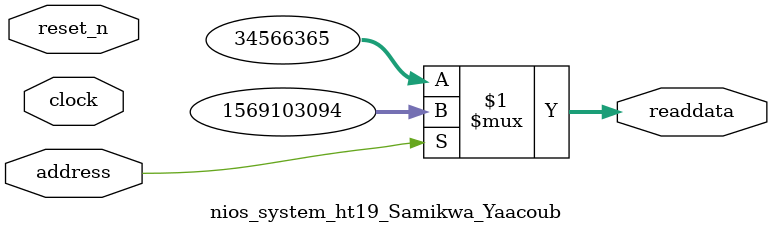
<source format=v>

`timescale 1ns / 1ps
// synthesis translate_on

// turn off superfluous verilog processor warnings 
// altera message_level Level1 
// altera message_off 10034 10035 10036 10037 10230 10240 10030 

module nios_system_ht19_Samikwa_Yaacoub (
               // inputs:
                address,
                clock,
                reset_n,

               // outputs:
                readdata
             )
;

  output  [ 31: 0] readdata;
  input            address;
  input            clock;
  input            reset_n;

  wire    [ 31: 0] readdata;
  //control_slave, which is an e_avalon_slave
  assign readdata = address ? 1569103094 : 34566365;

endmodule




</source>
